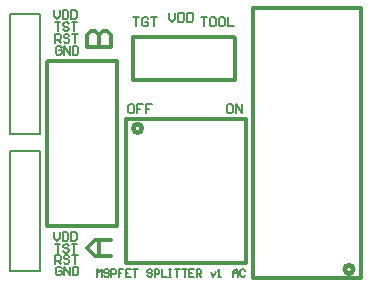
<source format=gto>
G04 Layer_Color=65535*
%FSLAX25Y25*%
%MOIN*%
G70*
G01*
G75*
%ADD11C,0.01200*%
%ADD20C,0.01600*%
%ADD21C,0.00787*%
%ADD22C,0.00600*%
%ADD23C,0.00800*%
D11*
X84100Y91000D02*
X120100D01*
X84100Y1000D02*
X120100D01*
Y91000D01*
X84100Y1000D02*
Y91000D01*
X44171Y81587D02*
X77635D01*
X78029Y81193D01*
Y67020D02*
Y81193D01*
X44171Y67020D02*
X78029D01*
X44171D02*
Y81587D01*
X81600Y6000D02*
Y54000D01*
X41600Y6000D02*
X81600D01*
X41600D02*
Y54000D01*
X81600D01*
X15289Y18441D02*
X38911D01*
Y73559D01*
X15683D02*
X38911D01*
X15289Y73165D02*
X15683Y73559D01*
X15289Y18441D02*
Y73165D01*
X28603Y78000D02*
X36600D01*
Y81999D01*
X35267Y83332D01*
X33934D01*
X32601Y81999D01*
Y78000D01*
Y81999D01*
X31268Y83332D01*
X29936D01*
X28603Y81999D01*
Y78000D01*
X36600Y8500D02*
X31268D01*
X28603Y11166D01*
X31268Y13832D01*
X36600D01*
X32601D01*
Y8500D01*
D20*
X117514Y4000D02*
G03*
X117514Y4000I-1414J0D01*
G01*
X47014Y51000D02*
G03*
X47014Y51000I-1414J0D01*
G01*
D21*
X3100Y49000D02*
X13100D01*
X3100D02*
Y89000D01*
X13100Y49000D02*
Y89000D01*
X3100D02*
X13100D01*
X3100Y3500D02*
X13100D01*
X3100D02*
Y43500D01*
X13100Y3500D02*
Y43500D01*
X3100D02*
X13100D01*
D22*
X77500Y1600D02*
Y3199D01*
X78300Y3999D01*
X79100Y3199D01*
Y1600D01*
Y2800D01*
X77500D01*
X81499Y3599D02*
X81099Y3999D01*
X80299D01*
X79899Y3599D01*
Y2000D01*
X80299Y1600D01*
X81099D01*
X81499Y2000D01*
D23*
X32100Y1600D02*
Y3999D01*
X32900Y3199D01*
X33700Y3999D01*
Y1600D01*
X36099Y3599D02*
X35699Y3999D01*
X34899D01*
X34499Y3599D01*
Y3199D01*
X34899Y2800D01*
X35699D01*
X36099Y2400D01*
Y2000D01*
X35699Y1600D01*
X34899D01*
X34499Y2000D01*
X36898Y1600D02*
Y3999D01*
X38098D01*
X38498Y3599D01*
Y2800D01*
X38098Y2400D01*
X36898D01*
X40897Y3999D02*
X39298D01*
Y2800D01*
X40097D01*
X39298D01*
Y1600D01*
X43296Y3999D02*
X41697D01*
Y1600D01*
X43296D01*
X41697Y2800D02*
X42497D01*
X44096Y3999D02*
X45696D01*
X44896D01*
Y1600D01*
X50494Y3599D02*
X50094Y3999D01*
X49294D01*
X48895Y3599D01*
Y3199D01*
X49294Y2800D01*
X50094D01*
X50494Y2400D01*
Y2000D01*
X50094Y1600D01*
X49294D01*
X48895Y2000D01*
X51294Y1600D02*
Y3999D01*
X52493D01*
X52893Y3599D01*
Y2800D01*
X52493Y2400D01*
X51294D01*
X53693Y3999D02*
Y1600D01*
X55292D01*
X56092Y3999D02*
X56892D01*
X56492D01*
Y1600D01*
X56092D01*
X56892D01*
X58091Y3999D02*
X59691D01*
X58891D01*
Y1600D01*
X60491Y3999D02*
X62090D01*
X61291D01*
Y1600D01*
X64490Y3999D02*
X62890D01*
Y1600D01*
X64490D01*
X62890Y2800D02*
X63690D01*
X65289Y1600D02*
Y3999D01*
X66489D01*
X66889Y3599D01*
Y2800D01*
X66489Y2400D01*
X65289D01*
X66089D02*
X66889Y1600D01*
X70088Y3199D02*
X70887Y1600D01*
X71687Y3199D01*
X72487Y1600D02*
X73287D01*
X72887D01*
Y3999D01*
X72487Y3599D01*
X43999Y58999D02*
X43000D01*
X42500Y58499D01*
Y56500D01*
X43000Y56000D01*
X43999D01*
X44499Y56500D01*
Y58499D01*
X43999Y58999D01*
X47498D02*
X45499D01*
Y57499D01*
X46499D01*
X45499D01*
Y56000D01*
X50497Y58999D02*
X48498D01*
Y57499D01*
X49498D01*
X48498D01*
Y56000D01*
X76799Y58999D02*
X75800D01*
X75300Y58499D01*
Y56500D01*
X75800Y56000D01*
X76799D01*
X77299Y56500D01*
Y58499D01*
X76799Y58999D01*
X78299Y56000D02*
Y58999D01*
X80298Y56000D01*
Y58999D01*
X66600Y87999D02*
X68599D01*
X67600D01*
Y85000D01*
X71099Y87999D02*
X70099D01*
X69599Y87499D01*
Y85500D01*
X70099Y85000D01*
X71099D01*
X71598Y85500D01*
Y87499D01*
X71099Y87999D01*
X74098D02*
X73098D01*
X72598Y87499D01*
Y85500D01*
X73098Y85000D01*
X74098D01*
X74597Y85500D01*
Y87499D01*
X74098Y87999D01*
X75597D02*
Y85000D01*
X77596D01*
X44100Y87999D02*
X46099D01*
X45100D01*
Y85000D01*
X49098Y87499D02*
X48599Y87999D01*
X47599D01*
X47099Y87499D01*
Y85500D01*
X47599Y85000D01*
X48599D01*
X49098Y85500D01*
Y86500D01*
X48099D01*
X50098Y87999D02*
X52097D01*
X51098D01*
Y85000D01*
X56100Y89499D02*
Y87500D01*
X57100Y86500D01*
X58099Y87500D01*
Y89499D01*
X59099D02*
Y86500D01*
X60599D01*
X61098Y87000D01*
Y88999D01*
X60599Y89499D01*
X59099D01*
X62098D02*
Y86500D01*
X63598D01*
X64097Y87000D01*
Y88999D01*
X63598Y89499D01*
X62098D01*
X17900Y16299D02*
Y14433D01*
X18833Y13500D01*
X19766Y14433D01*
Y16299D01*
X20699D02*
Y13500D01*
X22099D01*
X22565Y13966D01*
Y15833D01*
X22099Y16299D01*
X20699D01*
X23498D02*
Y13500D01*
X24898D01*
X25364Y13966D01*
Y15833D01*
X24898Y16299D01*
X23498D01*
X18000Y12399D02*
X19866D01*
X18933D01*
Y9600D01*
X22665Y11933D02*
X22199Y12399D01*
X21266D01*
X20799Y11933D01*
Y11466D01*
X21266Y11000D01*
X22199D01*
X22665Y10533D01*
Y10067D01*
X22199Y9600D01*
X21266D01*
X20799Y10067D01*
X23598Y12399D02*
X25464D01*
X24531D01*
Y9600D01*
X18200Y5900D02*
Y8699D01*
X19600D01*
X20066Y8233D01*
Y7300D01*
X19600Y6833D01*
X18200D01*
X19133D02*
X20066Y5900D01*
X22865Y8233D02*
X22399Y8699D01*
X21466D01*
X20999Y8233D01*
Y7766D01*
X21466Y7300D01*
X22399D01*
X22865Y6833D01*
Y6367D01*
X22399Y5900D01*
X21466D01*
X20999Y6367D01*
X23798Y8699D02*
X25664D01*
X24731D01*
Y5900D01*
X20266Y4333D02*
X19800Y4799D01*
X18867D01*
X18400Y4333D01*
Y2466D01*
X18867Y2000D01*
X19800D01*
X20266Y2466D01*
Y3399D01*
X19333D01*
X21199Y2000D02*
Y4799D01*
X23065Y2000D01*
Y4799D01*
X23998D02*
Y2000D01*
X25398D01*
X25864Y2466D01*
Y4333D01*
X25398Y4799D01*
X23998D01*
X20266Y77933D02*
X19800Y78399D01*
X18867D01*
X18400Y77933D01*
Y76066D01*
X18867Y75600D01*
X19800D01*
X20266Y76066D01*
Y76999D01*
X19333D01*
X21199Y75600D02*
Y78399D01*
X23065Y75600D01*
Y78399D01*
X23998D02*
Y75600D01*
X25398D01*
X25864Y76066D01*
Y77933D01*
X25398Y78399D01*
X23998D01*
X18200Y79600D02*
Y82399D01*
X19600D01*
X20066Y81933D01*
Y80999D01*
X19600Y80533D01*
X18200D01*
X19133D02*
X20066Y79600D01*
X22865Y81933D02*
X22399Y82399D01*
X21466D01*
X20999Y81933D01*
Y81466D01*
X21466Y80999D01*
X22399D01*
X22865Y80533D01*
Y80067D01*
X22399Y79600D01*
X21466D01*
X20999Y80067D01*
X23798Y82399D02*
X25664D01*
X24731D01*
Y79600D01*
X18000Y86299D02*
X19866D01*
X18933D01*
Y83500D01*
X22665Y85833D02*
X22199Y86299D01*
X21266D01*
X20799Y85833D01*
Y85366D01*
X21266Y84899D01*
X22199D01*
X22665Y84433D01*
Y83966D01*
X22199Y83500D01*
X21266D01*
X20799Y83966D01*
X23598Y86299D02*
X25464D01*
X24531D01*
Y83500D01*
X17900Y90299D02*
Y88433D01*
X18833Y87500D01*
X19766Y88433D01*
Y90299D01*
X20699D02*
Y87500D01*
X22099D01*
X22565Y87967D01*
Y89833D01*
X22099Y90299D01*
X20699D01*
X23498D02*
Y87500D01*
X24898D01*
X25364Y87967D01*
Y89833D01*
X24898Y90299D01*
X23498D01*
M02*

</source>
